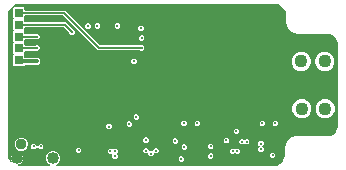
<source format=gbr>
G04 EAGLE Gerber RS-274X export*
G75*
%MOMM*%
%FSLAX34Y34*%
%LPD*%
%INBottom Copper*%
%IPPOS*%
%AMOC8*
5,1,8,0,0,1.08239X$1,22.5*%
G01*
%ADD10C,1.108000*%
%ADD11C,0.958000*%
%ADD12R,1.000000X2.500000*%
%ADD13C,1.016000*%
%ADD14R,0.800000X0.800000*%
%ADD15C,0.302400*%
%ADD16C,0.152400*%
%ADD17C,0.304800*%

G36*
X37134Y1540D02*
X37134Y1540D01*
X37231Y1550D01*
X37255Y1560D01*
X37281Y1564D01*
X37367Y1610D01*
X37456Y1650D01*
X37475Y1667D01*
X37498Y1680D01*
X37565Y1750D01*
X37637Y1816D01*
X37649Y1839D01*
X37667Y1858D01*
X37708Y1946D01*
X37755Y2032D01*
X37760Y2057D01*
X37771Y2081D01*
X37782Y2178D01*
X37799Y2274D01*
X37795Y2300D01*
X37798Y2325D01*
X37777Y2421D01*
X37763Y2517D01*
X37751Y2540D01*
X37746Y2566D01*
X37696Y2649D01*
X37652Y2736D01*
X37633Y2755D01*
X37620Y2777D01*
X37546Y2840D01*
X37476Y2908D01*
X37448Y2924D01*
X37433Y2937D01*
X37402Y2949D01*
X37329Y2989D01*
X37190Y3047D01*
X35547Y4690D01*
X34657Y6838D01*
X34657Y9162D01*
X35547Y11310D01*
X37190Y12953D01*
X39338Y13843D01*
X41662Y13843D01*
X43810Y12953D01*
X45453Y11310D01*
X46343Y9162D01*
X46343Y6838D01*
X45453Y4690D01*
X43810Y3047D01*
X43671Y2989D01*
X43588Y2938D01*
X43502Y2892D01*
X43484Y2874D01*
X43462Y2860D01*
X43400Y2785D01*
X43333Y2714D01*
X43322Y2690D01*
X43305Y2670D01*
X43270Y2579D01*
X43229Y2491D01*
X43226Y2465D01*
X43217Y2441D01*
X43213Y2343D01*
X43202Y2247D01*
X43207Y2221D01*
X43206Y2195D01*
X43233Y2101D01*
X43254Y2006D01*
X43268Y1984D01*
X43275Y1959D01*
X43330Y1879D01*
X43380Y1795D01*
X43400Y1778D01*
X43415Y1757D01*
X43493Y1698D01*
X43567Y1635D01*
X43592Y1625D01*
X43612Y1610D01*
X43705Y1580D01*
X43795Y1543D01*
X43828Y1540D01*
X43846Y1534D01*
X43879Y1534D01*
X43962Y1525D01*
X228000Y1525D01*
X228026Y1529D01*
X228075Y1528D01*
X229580Y1677D01*
X229607Y1684D01*
X229635Y1684D01*
X229796Y1731D01*
X232577Y2883D01*
X232633Y2917D01*
X232693Y2943D01*
X232758Y2995D01*
X232786Y3012D01*
X232798Y3027D01*
X232824Y3048D01*
X234952Y5176D01*
X234990Y5229D01*
X235036Y5276D01*
X235077Y5349D01*
X235096Y5376D01*
X235101Y5394D01*
X235117Y5423D01*
X236269Y8204D01*
X236276Y8231D01*
X236289Y8256D01*
X236323Y8420D01*
X236472Y9925D01*
X236470Y9952D01*
X236475Y10000D01*
X236475Y17292D01*
X238230Y21528D01*
X241472Y24770D01*
X245708Y26525D01*
X273000Y26525D01*
X273026Y26529D01*
X273075Y26528D01*
X274580Y26677D01*
X274607Y26684D01*
X274635Y26684D01*
X274796Y26731D01*
X277577Y27883D01*
X277633Y27917D01*
X277693Y27943D01*
X277758Y27995D01*
X277786Y28012D01*
X277798Y28027D01*
X277824Y28048D01*
X279952Y30176D01*
X279990Y30229D01*
X280036Y30276D01*
X280077Y30349D01*
X280096Y30376D01*
X280101Y30394D01*
X280117Y30423D01*
X281269Y33204D01*
X281276Y33231D01*
X281289Y33256D01*
X281294Y33281D01*
X281299Y33292D01*
X281302Y33321D01*
X281323Y33420D01*
X281472Y34925D01*
X281470Y34952D01*
X281475Y35000D01*
X281475Y105000D01*
X281471Y105026D01*
X281472Y105075D01*
X281323Y106580D01*
X281316Y106607D01*
X281316Y106635D01*
X281269Y106796D01*
X280117Y109577D01*
X280083Y109633D01*
X280057Y109693D01*
X280005Y109758D01*
X279988Y109786D01*
X279973Y109798D01*
X279952Y109824D01*
X277824Y111952D01*
X277771Y111990D01*
X277724Y112036D01*
X277651Y112077D01*
X277624Y112096D01*
X277606Y112101D01*
X277577Y112117D01*
X274796Y113269D01*
X274769Y113276D01*
X274744Y113289D01*
X274580Y113323D01*
X273075Y113472D01*
X273048Y113470D01*
X273000Y113475D01*
X246708Y113475D01*
X242472Y115230D01*
X239230Y118472D01*
X237475Y122708D01*
X237475Y130000D01*
X237471Y130026D01*
X237472Y130075D01*
X237323Y131580D01*
X237316Y131607D01*
X237316Y131635D01*
X237269Y131796D01*
X236117Y134577D01*
X236083Y134633D01*
X236057Y134693D01*
X236005Y134758D01*
X235988Y134786D01*
X235973Y134798D01*
X235952Y134824D01*
X233824Y136952D01*
X233771Y136990D01*
X233724Y137036D01*
X233651Y137077D01*
X233624Y137096D01*
X233606Y137101D01*
X233577Y137117D01*
X230796Y138269D01*
X230769Y138276D01*
X230744Y138289D01*
X230580Y138323D01*
X229075Y138472D01*
X229048Y138470D01*
X229000Y138475D01*
X11000Y138475D01*
X10974Y138471D01*
X10925Y138472D01*
X9420Y138323D01*
X9393Y138316D01*
X9365Y138316D01*
X9204Y138269D01*
X6689Y137227D01*
X6622Y137186D01*
X6609Y137185D01*
X6579Y137172D01*
X6499Y137149D01*
X6423Y137117D01*
X6367Y137083D01*
X6307Y137057D01*
X6242Y137005D01*
X6214Y136987D01*
X6201Y136972D01*
X6176Y136952D01*
X4048Y134824D01*
X4010Y134771D01*
X3964Y134724D01*
X3923Y134651D01*
X3904Y134624D01*
X3899Y134606D01*
X3883Y134577D01*
X2731Y131796D01*
X2724Y131769D01*
X2711Y131744D01*
X2677Y131580D01*
X2528Y130075D01*
X2530Y130048D01*
X2525Y130000D01*
X2525Y10000D01*
X2529Y9974D01*
X2528Y9925D01*
X2677Y8420D01*
X2684Y8393D01*
X2684Y8365D01*
X2731Y8204D01*
X3883Y5423D01*
X3917Y5367D01*
X3943Y5307D01*
X3995Y5242D01*
X4012Y5214D01*
X4027Y5202D01*
X4048Y5176D01*
X4112Y5112D01*
X4191Y5055D01*
X4266Y4993D01*
X4290Y4984D01*
X4311Y4969D01*
X4404Y4940D01*
X4495Y4905D01*
X4522Y4904D01*
X4546Y4896D01*
X4644Y4899D01*
X4741Y4895D01*
X4766Y4902D01*
X4792Y4903D01*
X4884Y4936D01*
X4977Y4963D01*
X4999Y4978D01*
X5023Y4987D01*
X5099Y5048D01*
X5179Y5103D01*
X5195Y5124D01*
X5215Y5141D01*
X5268Y5223D01*
X5326Y5301D01*
X5334Y5326D01*
X5348Y5348D01*
X5372Y5442D01*
X5402Y5535D01*
X5402Y5561D01*
X5408Y5586D01*
X5401Y5683D01*
X5400Y5781D01*
X5391Y5812D01*
X5389Y5831D01*
X5376Y5862D01*
X5353Y5942D01*
X5115Y6518D01*
X5072Y6731D01*
X9492Y6731D01*
X9511Y6734D01*
X9531Y6732D01*
X9633Y6754D01*
X9735Y6770D01*
X9752Y6780D01*
X9772Y6784D01*
X9861Y6837D01*
X9952Y6886D01*
X9966Y6900D01*
X9983Y6910D01*
X10004Y6935D01*
X10005Y6934D01*
X10080Y6862D01*
X10098Y6854D01*
X10113Y6841D01*
X10210Y6802D01*
X10303Y6759D01*
X10323Y6757D01*
X10341Y6749D01*
X10508Y6731D01*
X14928Y6731D01*
X14885Y6518D01*
X14502Y5593D01*
X13946Y4761D01*
X13239Y4054D01*
X12407Y3498D01*
X11482Y3115D01*
X11070Y3033D01*
X11024Y3015D01*
X10976Y3007D01*
X10910Y2973D01*
X10840Y2946D01*
X10802Y2915D01*
X10758Y2892D01*
X10707Y2838D01*
X10649Y2791D01*
X10623Y2750D01*
X10589Y2714D01*
X10558Y2646D01*
X10518Y2583D01*
X10506Y2535D01*
X10485Y2491D01*
X10477Y2417D01*
X10460Y2344D01*
X10464Y2295D01*
X10458Y2247D01*
X10474Y2174D01*
X10481Y2099D01*
X10500Y2054D01*
X10511Y2006D01*
X10549Y1942D01*
X10579Y1873D01*
X10612Y1837D01*
X10637Y1795D01*
X10694Y1746D01*
X10744Y1691D01*
X10786Y1667D01*
X10824Y1635D01*
X10893Y1607D01*
X10958Y1571D01*
X11006Y1562D01*
X11052Y1543D01*
X11176Y1529D01*
X11200Y1525D01*
X11209Y1526D01*
X11219Y1525D01*
X37038Y1525D01*
X37134Y1540D01*
G37*
%LPC*%
G36*
X7184Y86237D02*
X7184Y86237D01*
X6737Y86684D01*
X6737Y95316D01*
X6883Y95462D01*
X6895Y95478D01*
X6910Y95490D01*
X6966Y95578D01*
X7027Y95661D01*
X7032Y95680D01*
X7043Y95697D01*
X7069Y95798D01*
X7099Y95896D01*
X7098Y95916D01*
X7103Y95936D01*
X7095Y96039D01*
X7093Y96142D01*
X7086Y96161D01*
X7084Y96181D01*
X7044Y96276D01*
X7008Y96373D01*
X6996Y96389D01*
X6988Y96407D01*
X6883Y96538D01*
X6737Y96684D01*
X6737Y105316D01*
X6883Y105462D01*
X6895Y105478D01*
X6910Y105490D01*
X6966Y105578D01*
X7027Y105661D01*
X7032Y105680D01*
X7043Y105697D01*
X7069Y105798D01*
X7099Y105897D01*
X7098Y105917D01*
X7103Y105936D01*
X7095Y106039D01*
X7093Y106142D01*
X7086Y106161D01*
X7084Y106181D01*
X7044Y106276D01*
X7008Y106373D01*
X6996Y106389D01*
X6988Y106407D01*
X6883Y106538D01*
X6737Y106684D01*
X6737Y115316D01*
X6883Y115462D01*
X6895Y115478D01*
X6910Y115490D01*
X6966Y115578D01*
X7027Y115661D01*
X7032Y115680D01*
X7043Y115697D01*
X7069Y115798D01*
X7099Y115896D01*
X7098Y115916D01*
X7103Y115936D01*
X7095Y116039D01*
X7093Y116142D01*
X7086Y116161D01*
X7084Y116181D01*
X7044Y116276D01*
X7008Y116373D01*
X6996Y116389D01*
X6988Y116407D01*
X6883Y116538D01*
X6737Y116684D01*
X6737Y125316D01*
X6883Y125462D01*
X6895Y125478D01*
X6910Y125490D01*
X6966Y125578D01*
X7027Y125661D01*
X7032Y125680D01*
X7043Y125697D01*
X7069Y125798D01*
X7099Y125896D01*
X7098Y125916D01*
X7103Y125936D01*
X7095Y126039D01*
X7093Y126142D01*
X7086Y126161D01*
X7084Y126181D01*
X7044Y126276D01*
X7008Y126373D01*
X6996Y126389D01*
X6988Y126407D01*
X6883Y126538D01*
X6737Y126684D01*
X6737Y135316D01*
X7184Y135763D01*
X15816Y135763D01*
X16263Y135316D01*
X16263Y133794D01*
X16266Y133774D01*
X16264Y133755D01*
X16286Y133653D01*
X16302Y133551D01*
X16312Y133534D01*
X16316Y133514D01*
X16369Y133425D01*
X16418Y133334D01*
X16432Y133320D01*
X16442Y133303D01*
X16521Y133236D01*
X16596Y133164D01*
X16614Y133156D01*
X16629Y133143D01*
X16725Y133104D01*
X16819Y133061D01*
X16839Y133059D01*
X16857Y133051D01*
X17024Y133033D01*
X50842Y133033D01*
X80119Y103756D01*
X80193Y103703D01*
X80262Y103643D01*
X80293Y103631D01*
X80319Y103612D01*
X80406Y103585D01*
X80491Y103551D01*
X80532Y103547D01*
X80554Y103540D01*
X80586Y103541D01*
X80657Y103533D01*
X114000Y103533D01*
X114091Y103547D01*
X114181Y103555D01*
X114211Y103567D01*
X114243Y103572D01*
X114324Y103615D01*
X114408Y103651D01*
X114440Y103677D01*
X114461Y103688D01*
X114483Y103711D01*
X114539Y103756D01*
X114558Y103775D01*
X116442Y103775D01*
X117775Y102442D01*
X117775Y100558D01*
X116442Y99225D01*
X114558Y99225D01*
X114539Y99244D01*
X114465Y99297D01*
X114395Y99357D01*
X114365Y99369D01*
X114339Y99388D01*
X114252Y99415D01*
X114167Y99449D01*
X114126Y99453D01*
X114104Y99460D01*
X114072Y99459D01*
X114000Y99467D01*
X78658Y99467D01*
X49381Y128744D01*
X49307Y128797D01*
X49238Y128857D01*
X49207Y128869D01*
X49181Y128888D01*
X49094Y128915D01*
X49009Y128949D01*
X48968Y128953D01*
X48946Y128960D01*
X48914Y128959D01*
X48843Y128967D01*
X17024Y128967D01*
X17004Y128964D01*
X16985Y128966D01*
X16883Y128944D01*
X16781Y128928D01*
X16764Y128918D01*
X16744Y128914D01*
X16655Y128861D01*
X16564Y128812D01*
X16550Y128798D01*
X16533Y128788D01*
X16466Y128709D01*
X16394Y128634D01*
X16386Y128616D01*
X16373Y128601D01*
X16334Y128505D01*
X16291Y128411D01*
X16289Y128391D01*
X16281Y128373D01*
X16263Y128206D01*
X16263Y126684D01*
X16117Y126538D01*
X16105Y126522D01*
X16090Y126510D01*
X16034Y126422D01*
X15973Y126339D01*
X15968Y126320D01*
X15957Y126303D01*
X15931Y126202D01*
X15901Y126103D01*
X15902Y126083D01*
X15897Y126064D01*
X15905Y125961D01*
X15907Y125858D01*
X15914Y125839D01*
X15916Y125819D01*
X15956Y125724D01*
X15992Y125627D01*
X16004Y125611D01*
X16012Y125593D01*
X16117Y125462D01*
X16263Y125316D01*
X16263Y123794D01*
X16266Y123774D01*
X16264Y123755D01*
X16286Y123653D01*
X16302Y123551D01*
X16312Y123534D01*
X16316Y123514D01*
X16369Y123425D01*
X16418Y123334D01*
X16432Y123320D01*
X16442Y123303D01*
X16521Y123236D01*
X16596Y123164D01*
X16614Y123156D01*
X16629Y123143D01*
X16725Y123104D01*
X16819Y123061D01*
X16839Y123059D01*
X16857Y123051D01*
X17024Y123033D01*
X51342Y123033D01*
X56877Y117498D01*
X56951Y117445D01*
X57020Y117385D01*
X57051Y117373D01*
X57077Y117354D01*
X57164Y117327D01*
X57249Y117293D01*
X57290Y117289D01*
X57312Y117282D01*
X57344Y117283D01*
X57415Y117275D01*
X57442Y117275D01*
X58775Y115942D01*
X58775Y114058D01*
X57442Y112725D01*
X55558Y112725D01*
X54225Y114058D01*
X54225Y114085D01*
X54211Y114175D01*
X54203Y114266D01*
X54191Y114295D01*
X54186Y114327D01*
X54143Y114408D01*
X54107Y114492D01*
X54081Y114524D01*
X54070Y114545D01*
X54047Y114567D01*
X54002Y114623D01*
X49881Y118744D01*
X49807Y118797D01*
X49738Y118857D01*
X49707Y118869D01*
X49681Y118888D01*
X49594Y118915D01*
X49509Y118949D01*
X49468Y118953D01*
X49446Y118960D01*
X49414Y118959D01*
X49343Y118967D01*
X17024Y118967D01*
X17004Y118964D01*
X16985Y118966D01*
X16883Y118944D01*
X16781Y118928D01*
X16764Y118918D01*
X16744Y118914D01*
X16655Y118861D01*
X16564Y118812D01*
X16550Y118798D01*
X16533Y118788D01*
X16466Y118709D01*
X16394Y118634D01*
X16386Y118616D01*
X16373Y118601D01*
X16334Y118505D01*
X16291Y118411D01*
X16289Y118391D01*
X16281Y118373D01*
X16263Y118206D01*
X16263Y116684D01*
X16117Y116538D01*
X16105Y116522D01*
X16090Y116510D01*
X16034Y116422D01*
X15973Y116339D01*
X15968Y116320D01*
X15957Y116303D01*
X15931Y116202D01*
X15901Y116103D01*
X15902Y116083D01*
X15897Y116064D01*
X15905Y115961D01*
X15907Y115858D01*
X15914Y115839D01*
X15916Y115819D01*
X15956Y115724D01*
X15992Y115627D01*
X16004Y115611D01*
X16012Y115593D01*
X16117Y115462D01*
X16263Y115316D01*
X16263Y113794D01*
X16266Y113774D01*
X16264Y113755D01*
X16286Y113653D01*
X16302Y113551D01*
X16312Y113534D01*
X16316Y113514D01*
X16369Y113425D01*
X16418Y113334D01*
X16432Y113320D01*
X16442Y113303D01*
X16521Y113236D01*
X16596Y113164D01*
X16614Y113156D01*
X16629Y113143D01*
X16725Y113104D01*
X16819Y113061D01*
X16839Y113059D01*
X16857Y113051D01*
X17024Y113033D01*
X25500Y113033D01*
X25591Y113047D01*
X25681Y113055D01*
X25711Y113067D01*
X25743Y113072D01*
X25824Y113115D01*
X25908Y113151D01*
X25940Y113177D01*
X25961Y113188D01*
X25983Y113211D01*
X26039Y113256D01*
X26058Y113275D01*
X27942Y113275D01*
X29275Y111942D01*
X29275Y110058D01*
X27942Y108725D01*
X26058Y108725D01*
X26039Y108744D01*
X25965Y108797D01*
X25895Y108857D01*
X25865Y108869D01*
X25839Y108888D01*
X25752Y108915D01*
X25667Y108949D01*
X25626Y108953D01*
X25604Y108960D01*
X25572Y108959D01*
X25500Y108967D01*
X17024Y108967D01*
X17004Y108964D01*
X16985Y108966D01*
X16883Y108944D01*
X16781Y108928D01*
X16764Y108918D01*
X16744Y108914D01*
X16655Y108861D01*
X16564Y108812D01*
X16550Y108798D01*
X16533Y108788D01*
X16466Y108709D01*
X16394Y108634D01*
X16386Y108616D01*
X16373Y108601D01*
X16334Y108505D01*
X16291Y108411D01*
X16289Y108391D01*
X16281Y108373D01*
X16263Y108206D01*
X16263Y106684D01*
X16117Y106538D01*
X16105Y106522D01*
X16090Y106510D01*
X16034Y106422D01*
X15973Y106339D01*
X15968Y106320D01*
X15957Y106303D01*
X15931Y106202D01*
X15901Y106104D01*
X15902Y106084D01*
X15897Y106064D01*
X15905Y105961D01*
X15907Y105858D01*
X15914Y105839D01*
X15916Y105819D01*
X15956Y105724D01*
X15992Y105627D01*
X16004Y105611D01*
X16012Y105593D01*
X16117Y105462D01*
X16263Y105316D01*
X16263Y103794D01*
X16266Y103774D01*
X16264Y103755D01*
X16286Y103653D01*
X16302Y103551D01*
X16312Y103534D01*
X16316Y103514D01*
X16369Y103425D01*
X16418Y103334D01*
X16432Y103320D01*
X16442Y103303D01*
X16521Y103236D01*
X16596Y103164D01*
X16614Y103156D01*
X16629Y103143D01*
X16725Y103104D01*
X16819Y103061D01*
X16839Y103059D01*
X16857Y103051D01*
X17024Y103033D01*
X24952Y103033D01*
X25043Y103047D01*
X25133Y103055D01*
X25163Y103067D01*
X25195Y103072D01*
X25276Y103115D01*
X25360Y103151D01*
X25392Y103177D01*
X25413Y103188D01*
X25435Y103211D01*
X25491Y103256D01*
X26058Y103823D01*
X27942Y103823D01*
X29275Y102490D01*
X29275Y100606D01*
X27942Y99273D01*
X27915Y99273D01*
X27825Y99259D01*
X27734Y99251D01*
X27705Y99239D01*
X27673Y99234D01*
X27592Y99191D01*
X27508Y99155D01*
X27476Y99129D01*
X27455Y99118D01*
X27433Y99095D01*
X27377Y99050D01*
X27294Y98967D01*
X17024Y98967D01*
X17004Y98964D01*
X16985Y98966D01*
X16883Y98944D01*
X16781Y98928D01*
X16764Y98918D01*
X16744Y98914D01*
X16655Y98861D01*
X16564Y98812D01*
X16550Y98798D01*
X16533Y98788D01*
X16466Y98709D01*
X16394Y98634D01*
X16386Y98616D01*
X16373Y98601D01*
X16334Y98505D01*
X16291Y98411D01*
X16289Y98391D01*
X16281Y98373D01*
X16263Y98206D01*
X16263Y96684D01*
X16117Y96538D01*
X16105Y96522D01*
X16090Y96510D01*
X16034Y96422D01*
X15973Y96339D01*
X15968Y96320D01*
X15957Y96303D01*
X15931Y96202D01*
X15901Y96103D01*
X15902Y96083D01*
X15897Y96064D01*
X15905Y95961D01*
X15907Y95858D01*
X15914Y95839D01*
X15916Y95819D01*
X15956Y95724D01*
X15992Y95627D01*
X16004Y95611D01*
X16012Y95593D01*
X16117Y95462D01*
X16263Y95316D01*
X16263Y93556D01*
X16266Y93536D01*
X16264Y93517D01*
X16286Y93415D01*
X16302Y93313D01*
X16312Y93296D01*
X16316Y93276D01*
X16369Y93187D01*
X16418Y93096D01*
X16432Y93082D01*
X16442Y93065D01*
X16521Y92998D01*
X16596Y92926D01*
X16614Y92918D01*
X16629Y92905D01*
X16725Y92866D01*
X16819Y92823D01*
X16839Y92821D01*
X16857Y92813D01*
X17024Y92795D01*
X28158Y92795D01*
X29795Y91158D01*
X29795Y88842D01*
X28158Y87205D01*
X17024Y87205D01*
X17004Y87202D01*
X16985Y87204D01*
X16883Y87182D01*
X16781Y87166D01*
X16764Y87156D01*
X16744Y87152D01*
X16655Y87099D01*
X16564Y87050D01*
X16550Y87036D01*
X16533Y87026D01*
X16466Y86947D01*
X16394Y86872D01*
X16386Y86854D01*
X16373Y86839D01*
X16343Y86764D01*
X15816Y86237D01*
X7184Y86237D01*
G37*
%LPD*%
%LPC*%
G36*
X248893Y81919D02*
X248893Y81919D01*
X245923Y83150D01*
X243650Y85423D01*
X242419Y88393D01*
X242419Y91607D01*
X243650Y94577D01*
X245923Y96850D01*
X248893Y98081D01*
X252107Y98081D01*
X255077Y96850D01*
X257350Y94577D01*
X258581Y91607D01*
X258581Y88393D01*
X257350Y85423D01*
X255077Y83150D01*
X252107Y81919D01*
X248893Y81919D01*
G37*
%LPD*%
%LPC*%
G36*
X268893Y81919D02*
X268893Y81919D01*
X265923Y83150D01*
X263650Y85423D01*
X262419Y88393D01*
X262419Y91607D01*
X263650Y94577D01*
X265923Y96850D01*
X268893Y98081D01*
X272107Y98081D01*
X275077Y96850D01*
X277350Y94577D01*
X278581Y91607D01*
X278581Y88393D01*
X277350Y85423D01*
X275077Y83150D01*
X272107Y81919D01*
X268893Y81919D01*
G37*
%LPD*%
%LPC*%
G36*
X269393Y41919D02*
X269393Y41919D01*
X266423Y43150D01*
X264150Y45423D01*
X262919Y48393D01*
X262919Y51607D01*
X264150Y54577D01*
X266423Y56850D01*
X269393Y58081D01*
X272607Y58081D01*
X275577Y56850D01*
X277850Y54577D01*
X279081Y51607D01*
X279081Y48393D01*
X277850Y45423D01*
X275577Y43150D01*
X272607Y41919D01*
X269393Y41919D01*
G37*
%LPD*%
%LPC*%
G36*
X249393Y41919D02*
X249393Y41919D01*
X246423Y43150D01*
X244150Y45423D01*
X242919Y48393D01*
X242919Y51607D01*
X244150Y54577D01*
X246423Y56850D01*
X249393Y58081D01*
X252607Y58081D01*
X255577Y56850D01*
X257850Y54577D01*
X259081Y51607D01*
X259081Y48393D01*
X257850Y45423D01*
X255577Y43150D01*
X252607Y41919D01*
X249393Y41919D01*
G37*
%LPD*%
%LPC*%
G36*
X12395Y14447D02*
X12395Y14447D01*
X10355Y15293D01*
X8793Y16855D01*
X7947Y18895D01*
X7947Y21105D01*
X8793Y23145D01*
X10355Y24707D01*
X12395Y25553D01*
X14605Y25553D01*
X16645Y24707D01*
X18207Y23145D01*
X19053Y21105D01*
X19053Y18895D01*
X18207Y16855D01*
X16645Y15293D01*
X14605Y14447D01*
X12395Y14447D01*
G37*
%LPD*%
%LPC*%
G36*
X122558Y9725D02*
X122558Y9725D01*
X121225Y11058D01*
X121225Y11464D01*
X121222Y11484D01*
X121224Y11503D01*
X121202Y11605D01*
X121186Y11707D01*
X121176Y11724D01*
X121172Y11744D01*
X121119Y11833D01*
X121070Y11924D01*
X121056Y11938D01*
X121046Y11955D01*
X120967Y12022D01*
X120892Y12094D01*
X120874Y12102D01*
X120859Y12115D01*
X120763Y12154D01*
X120669Y12197D01*
X120649Y12199D01*
X120631Y12207D01*
X120464Y12225D01*
X118308Y12225D01*
X116975Y13558D01*
X116975Y15442D01*
X118308Y16775D01*
X120192Y16775D01*
X121525Y15442D01*
X121525Y15036D01*
X121528Y15016D01*
X121526Y14997D01*
X121548Y14895D01*
X121564Y14793D01*
X121574Y14776D01*
X121578Y14756D01*
X121631Y14667D01*
X121680Y14576D01*
X121694Y14562D01*
X121704Y14545D01*
X121783Y14478D01*
X121858Y14406D01*
X121876Y14398D01*
X121891Y14385D01*
X121987Y14346D01*
X122081Y14303D01*
X122101Y14301D01*
X122119Y14293D01*
X122286Y14275D01*
X124714Y14275D01*
X124734Y14278D01*
X124753Y14276D01*
X124855Y14298D01*
X124957Y14314D01*
X124974Y14324D01*
X124994Y14328D01*
X125083Y14381D01*
X125174Y14430D01*
X125188Y14444D01*
X125205Y14454D01*
X125272Y14533D01*
X125344Y14608D01*
X125352Y14626D01*
X125365Y14641D01*
X125404Y14737D01*
X125447Y14831D01*
X125449Y14851D01*
X125457Y14869D01*
X125475Y15036D01*
X125475Y15442D01*
X126808Y16775D01*
X128692Y16775D01*
X130025Y15442D01*
X130025Y13558D01*
X128692Y12225D01*
X126536Y12225D01*
X126516Y12222D01*
X126497Y12224D01*
X126395Y12202D01*
X126293Y12186D01*
X126276Y12176D01*
X126256Y12172D01*
X126167Y12119D01*
X126076Y12070D01*
X126062Y12056D01*
X126045Y12046D01*
X125978Y11967D01*
X125906Y11892D01*
X125898Y11874D01*
X125885Y11859D01*
X125846Y11763D01*
X125803Y11669D01*
X125801Y11649D01*
X125793Y11631D01*
X125775Y11464D01*
X125775Y11058D01*
X124442Y9725D01*
X122558Y9725D01*
G37*
%LPD*%
%LPC*%
G36*
X92058Y7725D02*
X92058Y7725D01*
X90725Y9058D01*
X90725Y10964D01*
X90722Y10984D01*
X90724Y11003D01*
X90702Y11105D01*
X90686Y11207D01*
X90676Y11224D01*
X90672Y11244D01*
X90619Y11333D01*
X90570Y11424D01*
X90556Y11438D01*
X90546Y11455D01*
X90467Y11522D01*
X90392Y11594D01*
X90374Y11602D01*
X90359Y11615D01*
X90263Y11654D01*
X90169Y11697D01*
X90149Y11699D01*
X90131Y11707D01*
X89964Y11725D01*
X88058Y11725D01*
X86725Y13058D01*
X86725Y14942D01*
X88058Y16275D01*
X89942Y16275D01*
X90462Y15755D01*
X90478Y15744D01*
X90490Y15728D01*
X90578Y15672D01*
X90661Y15612D01*
X90680Y15606D01*
X90697Y15595D01*
X90798Y15570D01*
X90897Y15539D01*
X90916Y15540D01*
X90936Y15535D01*
X91039Y15543D01*
X91142Y15546D01*
X91161Y15553D01*
X91181Y15554D01*
X91276Y15594D01*
X91373Y15630D01*
X91389Y15643D01*
X91407Y15650D01*
X91538Y15755D01*
X92058Y16275D01*
X93942Y16275D01*
X95275Y14942D01*
X95275Y13058D01*
X94755Y12538D01*
X94744Y12522D01*
X94728Y12510D01*
X94672Y12422D01*
X94612Y12339D01*
X94606Y12320D01*
X94595Y12303D01*
X94570Y12202D01*
X94539Y12103D01*
X94540Y12084D01*
X94535Y12064D01*
X94543Y11961D01*
X94546Y11858D01*
X94553Y11839D01*
X94554Y11819D01*
X94594Y11724D01*
X94630Y11627D01*
X94643Y11611D01*
X94650Y11593D01*
X94755Y11462D01*
X95275Y10942D01*
X95275Y9058D01*
X93942Y7725D01*
X92058Y7725D01*
G37*
%LPD*%
%LPC*%
G36*
X15023Y52523D02*
X15023Y52523D01*
X15023Y63501D01*
X18500Y63501D01*
X18501Y63500D01*
X18501Y52523D01*
X15023Y52523D01*
G37*
%LPD*%
%LPC*%
G36*
X15023Y49477D02*
X15023Y49477D01*
X18501Y49477D01*
X18501Y38500D01*
X18500Y38499D01*
X15023Y38499D01*
X15023Y49477D01*
G37*
%LPD*%
%LPC*%
G36*
X8499Y52523D02*
X8499Y52523D01*
X8499Y63500D01*
X8500Y63501D01*
X11977Y63501D01*
X11977Y52523D01*
X8499Y52523D01*
G37*
%LPD*%
%LPC*%
G36*
X8500Y38499D02*
X8500Y38499D01*
X8499Y38500D01*
X8499Y49477D01*
X11977Y49477D01*
X11977Y38499D01*
X8500Y38499D01*
G37*
%LPD*%
%LPC*%
G36*
X23058Y15725D02*
X23058Y15725D01*
X21725Y17058D01*
X21725Y18942D01*
X23058Y20275D01*
X24942Y20275D01*
X26462Y18755D01*
X26478Y18744D01*
X26490Y18728D01*
X26578Y18672D01*
X26661Y18612D01*
X26680Y18606D01*
X26697Y18595D01*
X26798Y18570D01*
X26897Y18539D01*
X26916Y18540D01*
X26936Y18535D01*
X27039Y18543D01*
X27142Y18546D01*
X27161Y18553D01*
X27181Y18554D01*
X27276Y18594D01*
X27373Y18630D01*
X27389Y18643D01*
X27407Y18650D01*
X27538Y18755D01*
X29058Y20275D01*
X30942Y20275D01*
X32275Y18942D01*
X32275Y17058D01*
X30942Y15725D01*
X29058Y15725D01*
X27538Y17245D01*
X27522Y17256D01*
X27510Y17272D01*
X27422Y17328D01*
X27339Y17388D01*
X27320Y17394D01*
X27303Y17405D01*
X27202Y17430D01*
X27103Y17461D01*
X27084Y17460D01*
X27064Y17465D01*
X26961Y17457D01*
X26858Y17454D01*
X26839Y17447D01*
X26819Y17446D01*
X26724Y17406D01*
X26627Y17370D01*
X26611Y17357D01*
X26593Y17350D01*
X26462Y17245D01*
X24942Y15725D01*
X23058Y15725D01*
G37*
%LPD*%
%LPC*%
G36*
X215558Y13225D02*
X215558Y13225D01*
X214225Y14558D01*
X214225Y16442D01*
X215245Y17462D01*
X215256Y17478D01*
X215272Y17490D01*
X215328Y17578D01*
X215388Y17661D01*
X215394Y17680D01*
X215405Y17697D01*
X215430Y17798D01*
X215461Y17897D01*
X215460Y17916D01*
X215465Y17936D01*
X215457Y18039D01*
X215454Y18142D01*
X215447Y18161D01*
X215446Y18181D01*
X215406Y18276D01*
X215370Y18373D01*
X215357Y18389D01*
X215350Y18407D01*
X215245Y18538D01*
X214225Y19558D01*
X214225Y21442D01*
X215558Y22775D01*
X217442Y22775D01*
X218775Y21442D01*
X218775Y19558D01*
X217755Y18538D01*
X217744Y18522D01*
X217728Y18510D01*
X217672Y18422D01*
X217612Y18339D01*
X217606Y18320D01*
X217595Y18303D01*
X217570Y18202D01*
X217539Y18103D01*
X217540Y18084D01*
X217535Y18064D01*
X217543Y17961D01*
X217546Y17858D01*
X217553Y17839D01*
X217554Y17819D01*
X217594Y17724D01*
X217630Y17627D01*
X217643Y17611D01*
X217650Y17593D01*
X217755Y17462D01*
X218775Y16442D01*
X218775Y14558D01*
X217442Y13225D01*
X215558Y13225D01*
G37*
%LPD*%
%LPC*%
G36*
X199558Y19725D02*
X199558Y19725D01*
X198225Y21058D01*
X198225Y22942D01*
X199558Y24275D01*
X201442Y24275D01*
X201962Y23755D01*
X201978Y23744D01*
X201990Y23728D01*
X202078Y23672D01*
X202161Y23612D01*
X202180Y23606D01*
X202197Y23595D01*
X202298Y23570D01*
X202397Y23539D01*
X202416Y23540D01*
X202436Y23535D01*
X202539Y23543D01*
X202642Y23546D01*
X202661Y23553D01*
X202681Y23554D01*
X202776Y23594D01*
X202873Y23630D01*
X202889Y23643D01*
X202907Y23650D01*
X203038Y23755D01*
X203558Y24275D01*
X205442Y24275D01*
X206775Y22942D01*
X206775Y21058D01*
X205442Y19725D01*
X203558Y19725D01*
X203038Y20245D01*
X203022Y20256D01*
X203010Y20272D01*
X202922Y20328D01*
X202839Y20388D01*
X202820Y20394D01*
X202803Y20405D01*
X202702Y20430D01*
X202603Y20461D01*
X202584Y20460D01*
X202564Y20465D01*
X202461Y20457D01*
X202358Y20454D01*
X202339Y20447D01*
X202319Y20446D01*
X202224Y20406D01*
X202127Y20370D01*
X202111Y20357D01*
X202093Y20350D01*
X201962Y20245D01*
X201442Y19725D01*
X199558Y19725D01*
G37*
%LPD*%
%LPC*%
G36*
X191558Y11725D02*
X191558Y11725D01*
X190225Y13058D01*
X190225Y14942D01*
X191558Y16275D01*
X193442Y16275D01*
X193962Y15755D01*
X193978Y15744D01*
X193990Y15728D01*
X194078Y15672D01*
X194161Y15612D01*
X194180Y15606D01*
X194197Y15595D01*
X194298Y15570D01*
X194397Y15539D01*
X194416Y15540D01*
X194436Y15535D01*
X194539Y15543D01*
X194642Y15546D01*
X194661Y15553D01*
X194681Y15554D01*
X194776Y15594D01*
X194873Y15630D01*
X194889Y15643D01*
X194907Y15650D01*
X195038Y15755D01*
X195558Y16275D01*
X197442Y16275D01*
X198775Y14942D01*
X198775Y13058D01*
X197442Y11725D01*
X195558Y11725D01*
X195038Y12245D01*
X195022Y12256D01*
X195010Y12272D01*
X194922Y12328D01*
X194839Y12388D01*
X194820Y12394D01*
X194803Y12405D01*
X194702Y12430D01*
X194603Y12461D01*
X194584Y12460D01*
X194564Y12465D01*
X194461Y12457D01*
X194358Y12454D01*
X194339Y12447D01*
X194319Y12446D01*
X194224Y12406D01*
X194127Y12370D01*
X194111Y12357D01*
X194093Y12350D01*
X193962Y12245D01*
X193442Y11725D01*
X191558Y11725D01*
G37*
%LPD*%
%LPC*%
G36*
X110058Y40725D02*
X110058Y40725D01*
X108725Y42058D01*
X108725Y43942D01*
X110058Y45275D01*
X111942Y45275D01*
X113275Y43942D01*
X113275Y42058D01*
X111942Y40725D01*
X110058Y40725D01*
G37*
%LPD*%
%LPC*%
G36*
X227758Y35225D02*
X227758Y35225D01*
X226425Y36558D01*
X226425Y38442D01*
X227758Y39775D01*
X229642Y39775D01*
X230975Y38442D01*
X230975Y36558D01*
X229642Y35225D01*
X227758Y35225D01*
G37*
%LPD*%
%LPC*%
G36*
X216658Y35225D02*
X216658Y35225D01*
X215325Y36558D01*
X215325Y38442D01*
X216658Y39775D01*
X218542Y39775D01*
X219875Y38442D01*
X219875Y36558D01*
X218542Y35225D01*
X216658Y35225D01*
G37*
%LPD*%
%LPC*%
G36*
X161558Y35225D02*
X161558Y35225D01*
X160225Y36558D01*
X160225Y38442D01*
X161558Y39775D01*
X163442Y39775D01*
X164775Y38442D01*
X164775Y36558D01*
X163442Y35225D01*
X161558Y35225D01*
G37*
%LPD*%
%LPC*%
G36*
X150458Y35225D02*
X150458Y35225D01*
X149125Y36558D01*
X149125Y38442D01*
X150458Y39775D01*
X152342Y39775D01*
X153675Y38442D01*
X153675Y36558D01*
X152342Y35225D01*
X150458Y35225D01*
G37*
%LPD*%
%LPC*%
G36*
X104058Y34725D02*
X104058Y34725D01*
X102725Y36058D01*
X102725Y37942D01*
X104058Y39275D01*
X105942Y39275D01*
X107275Y37942D01*
X107275Y36058D01*
X105942Y34725D01*
X104058Y34725D01*
G37*
%LPD*%
%LPC*%
G36*
X86909Y32576D02*
X86909Y32576D01*
X85576Y33909D01*
X85576Y35793D01*
X86909Y37126D01*
X88793Y37126D01*
X90126Y35793D01*
X90126Y33909D01*
X88793Y32576D01*
X86909Y32576D01*
G37*
%LPD*%
%LPC*%
G36*
X194658Y28625D02*
X194658Y28625D01*
X193325Y29958D01*
X193325Y31842D01*
X194658Y33175D01*
X196542Y33175D01*
X197875Y31842D01*
X197875Y29958D01*
X196542Y28625D01*
X194658Y28625D01*
G37*
%LPD*%
%LPC*%
G36*
X118058Y21225D02*
X118058Y21225D01*
X116725Y22558D01*
X116725Y24442D01*
X118058Y25775D01*
X119942Y25775D01*
X121275Y24442D01*
X121275Y22558D01*
X119942Y21225D01*
X118058Y21225D01*
G37*
%LPD*%
%LPC*%
G36*
X148058Y5075D02*
X148058Y5075D01*
X146725Y6408D01*
X146725Y8292D01*
X148058Y9625D01*
X149942Y9625D01*
X151275Y8292D01*
X151275Y6408D01*
X149942Y5075D01*
X148058Y5075D01*
G37*
%LPD*%
%LPC*%
G36*
X186344Y20865D02*
X186344Y20865D01*
X185011Y22197D01*
X185011Y24082D01*
X186344Y25414D01*
X188228Y25414D01*
X189561Y24082D01*
X189561Y22197D01*
X188228Y20865D01*
X186344Y20865D01*
G37*
%LPD*%
%LPC*%
G36*
X143058Y20375D02*
X143058Y20375D01*
X141725Y21708D01*
X141725Y23592D01*
X143058Y24925D01*
X144942Y24925D01*
X146275Y23592D01*
X146275Y21708D01*
X144942Y20375D01*
X143058Y20375D01*
G37*
%LPD*%
%LPC*%
G36*
X108058Y87725D02*
X108058Y87725D01*
X106725Y89058D01*
X106725Y90942D01*
X108058Y92275D01*
X109942Y92275D01*
X111275Y90942D01*
X111275Y89058D01*
X109942Y87725D01*
X108058Y87725D01*
G37*
%LPD*%
%LPC*%
G36*
X114558Y107725D02*
X114558Y107725D01*
X113225Y109058D01*
X113225Y110942D01*
X114558Y112275D01*
X116442Y112275D01*
X117775Y110942D01*
X117775Y109058D01*
X116442Y107725D01*
X114558Y107725D01*
G37*
%LPD*%
%LPC*%
G36*
X173058Y15725D02*
X173058Y15725D01*
X171725Y17058D01*
X171725Y18942D01*
X173058Y20275D01*
X174942Y20275D01*
X176275Y18942D01*
X176275Y17058D01*
X174942Y15725D01*
X173058Y15725D01*
G37*
%LPD*%
%LPC*%
G36*
X114058Y115725D02*
X114058Y115725D01*
X112725Y117058D01*
X112725Y118942D01*
X114058Y120275D01*
X115942Y120275D01*
X117275Y118942D01*
X117275Y117058D01*
X115942Y115725D01*
X114058Y115725D01*
G37*
%LPD*%
%LPC*%
G36*
X150708Y15225D02*
X150708Y15225D01*
X149375Y16558D01*
X149375Y18442D01*
X150708Y19775D01*
X152592Y19775D01*
X153925Y18442D01*
X153925Y16558D01*
X152592Y15225D01*
X150708Y15225D01*
G37*
%LPD*%
%LPC*%
G36*
X61234Y12475D02*
X61234Y12475D01*
X59901Y13808D01*
X59901Y15692D01*
X61234Y17025D01*
X63118Y17025D01*
X64451Y15692D01*
X64451Y13808D01*
X63118Y12475D01*
X61234Y12475D01*
G37*
%LPD*%
%LPC*%
G36*
X69058Y117725D02*
X69058Y117725D01*
X67725Y119058D01*
X67725Y120942D01*
X69058Y122275D01*
X70942Y122275D01*
X72275Y120942D01*
X72275Y119058D01*
X70942Y117725D01*
X69058Y117725D01*
G37*
%LPD*%
%LPC*%
G36*
X77058Y117725D02*
X77058Y117725D01*
X75725Y119058D01*
X75725Y120942D01*
X77058Y122275D01*
X78942Y122275D01*
X80275Y120942D01*
X80275Y119058D01*
X78942Y117725D01*
X77058Y117725D01*
G37*
%LPD*%
%LPC*%
G36*
X94058Y117725D02*
X94058Y117725D01*
X92725Y119058D01*
X92725Y120942D01*
X94058Y122275D01*
X95942Y122275D01*
X97275Y120942D01*
X97275Y119058D01*
X95942Y117725D01*
X94058Y117725D01*
G37*
%LPD*%
%LPC*%
G36*
X173058Y7725D02*
X173058Y7725D01*
X171725Y9058D01*
X171725Y10942D01*
X173058Y12275D01*
X174942Y12275D01*
X176275Y10942D01*
X176275Y9058D01*
X174942Y7725D01*
X173058Y7725D01*
G37*
%LPD*%
%LPC*%
G36*
X225558Y8225D02*
X225558Y8225D01*
X224225Y9558D01*
X224225Y11442D01*
X225558Y12775D01*
X227442Y12775D01*
X228775Y11442D01*
X228775Y9558D01*
X227442Y8225D01*
X225558Y8225D01*
G37*
%LPD*%
%LPC*%
G36*
X11269Y9269D02*
X11269Y9269D01*
X11269Y12928D01*
X11482Y12885D01*
X12407Y12502D01*
X13239Y11946D01*
X13946Y11239D01*
X14502Y10407D01*
X14885Y9482D01*
X14928Y9269D01*
X11269Y9269D01*
G37*
%LPD*%
%LPC*%
G36*
X5072Y9269D02*
X5072Y9269D01*
X5115Y9482D01*
X5498Y10407D01*
X6054Y11239D01*
X6761Y11946D01*
X7593Y12502D01*
X8518Y12885D01*
X8731Y12928D01*
X8731Y9269D01*
X5072Y9269D01*
G37*
%LPD*%
%LPC*%
G36*
X13499Y50999D02*
X13499Y50999D01*
X13499Y51001D01*
X13501Y51001D01*
X13501Y50999D01*
X13499Y50999D01*
G37*
%LPD*%
D10*
X251000Y50000D03*
X271000Y50000D03*
D11*
X13500Y20000D03*
D12*
X13500Y51000D03*
D10*
X270500Y90000D03*
X250500Y90000D03*
D13*
X10000Y8000D03*
X40500Y8000D03*
D14*
X11500Y91000D03*
X11500Y111000D03*
X11500Y101000D03*
X11500Y121000D03*
X11500Y131000D03*
D15*
X196500Y18000D03*
X63500Y7000D03*
X250000Y70000D03*
X270000Y70000D03*
X230000Y70000D03*
X210000Y70000D03*
X190000Y70000D03*
X170000Y70000D03*
X150000Y70000D03*
X150000Y90000D03*
X170000Y90000D03*
X190000Y90000D03*
X210000Y90000D03*
X190000Y110000D03*
X170000Y110000D03*
X150000Y110000D03*
X270000Y110000D03*
X250000Y110000D03*
X227500Y110000D03*
X270000Y30000D03*
X250000Y30000D03*
X170000Y65000D03*
X160000Y65000D03*
X150000Y65000D03*
X180000Y65000D03*
X190000Y65000D03*
X200000Y65000D03*
X210000Y65000D03*
X220000Y65000D03*
X230000Y60000D03*
X160000Y45000D03*
X170000Y45000D03*
X180000Y45000D03*
X190000Y45000D03*
X200000Y45000D03*
X210000Y45000D03*
X150000Y45000D03*
X140000Y65000D03*
X240000Y62500D03*
X250000Y62500D03*
X260000Y62500D03*
X270000Y62500D03*
X270000Y37500D03*
X260000Y37500D03*
X250000Y37500D03*
X240000Y37500D03*
X270000Y77500D03*
X260000Y77500D03*
X250000Y77500D03*
X240000Y77500D03*
X260000Y102500D03*
X270000Y102500D03*
X250000Y102500D03*
X240000Y102500D03*
X207500Y110000D03*
X207500Y100000D03*
X220000Y82500D03*
X230000Y80000D03*
X230000Y102500D03*
X227500Y120000D03*
X207500Y120000D03*
X132500Y135000D03*
X232500Y5000D03*
X232500Y135000D03*
X211000Y5000D03*
X160000Y7500D03*
X27500Y67500D03*
X27500Y37500D03*
X57500Y37500D03*
X57500Y67500D03*
X87500Y67500D03*
X87500Y117500D03*
X107500Y117500D03*
X37500Y17500D03*
X115000Y50000D03*
X83500Y7000D03*
X220000Y45000D03*
X230000Y42500D03*
X280000Y62500D03*
X280000Y37500D03*
X280000Y77500D03*
X280000Y102500D03*
X5000Y132500D03*
X115000Y118000D03*
X216500Y20500D03*
X200500Y22000D03*
X119250Y14500D03*
X144000Y22650D03*
X115500Y110000D03*
X216500Y15500D03*
X204500Y22000D03*
X123500Y12000D03*
X151650Y17500D03*
X187286Y23140D03*
X111000Y43000D03*
X151400Y37500D03*
X162500Y37500D03*
X105000Y37000D03*
X78000Y120000D03*
X27000Y101548D03*
D16*
X26452Y101000D01*
X11500Y101000D01*
D15*
X70000Y120000D03*
D16*
X27000Y111000D02*
X11500Y111000D01*
D15*
X27000Y111000D03*
X226500Y10500D03*
X196500Y14000D03*
X195600Y30900D03*
X62176Y14750D03*
X93000Y14000D03*
X127750Y14500D03*
X149000Y7350D03*
X109000Y90000D03*
X87851Y34851D03*
X27000Y90000D03*
D17*
X12500Y90000D01*
X11500Y91000D01*
D15*
X56500Y115000D03*
D16*
X50500Y121000D02*
X11500Y121000D01*
X50500Y121000D02*
X56500Y115000D01*
D15*
X24000Y18000D03*
X115500Y101500D03*
D16*
X50000Y131000D02*
X11500Y131000D01*
X79500Y101500D02*
X115500Y101500D01*
X79500Y101500D02*
X50000Y131000D01*
D15*
X30000Y18000D03*
X93000Y10000D03*
X119000Y23500D03*
X217600Y37500D03*
X89000Y14000D03*
X95000Y120000D03*
X228700Y37500D03*
X174000Y18000D03*
X192500Y14000D03*
X174000Y10000D03*
M02*

</source>
